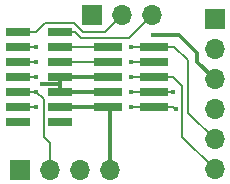
<source format=gbr>
%TF.GenerationSoftware,KiCad,Pcbnew,6.0.0*%
%TF.CreationDate,2022-01-23T14:48:09+02:00*%
%TF.ProjectId,hs-probe-adapter,68732d70-726f-4626-952d-616461707465,rev?*%
%TF.SameCoordinates,Original*%
%TF.FileFunction,Copper,L2,Bot*%
%TF.FilePolarity,Positive*%
%FSLAX46Y46*%
G04 Gerber Fmt 4.6, Leading zero omitted, Abs format (unit mm)*
G04 Created by KiCad (PCBNEW 6.0.0) date 2022-01-23 14:48:09*
%MOMM*%
%LPD*%
G01*
G04 APERTURE LIST*
%TA.AperFunction,ComponentPad*%
%ADD10R,1.700000X1.700000*%
%TD*%
%TA.AperFunction,ComponentPad*%
%ADD11O,1.700000X1.700000*%
%TD*%
%TA.AperFunction,SMDPad,CuDef*%
%ADD12R,2.100000X0.750000*%
%TD*%
%TA.AperFunction,SMDPad,CuDef*%
%ADD13R,2.400000X0.740000*%
%TD*%
%TA.AperFunction,ViaPad*%
%ADD14C,0.450000*%
%TD*%
%TA.AperFunction,Conductor*%
%ADD15C,0.200000*%
%TD*%
%TA.AperFunction,Conductor*%
%ADD16C,0.300000*%
%TD*%
G04 APERTURE END LIST*
D10*
%TO.P,J3,1,Pin_1*%
%TO.N,/GND*%
X45000012Y-42250004D03*
D11*
%TO.P,J3,2,Pin_2*%
%TO.N,/T_VCP_TX*%
X47540012Y-42250004D03*
%TO.P,J3,3,Pin_3*%
%TO.N,/T_VCP_RX*%
X50080012Y-42250004D03*
%TD*%
D10*
%TO.P,J5,1,Pin_1*%
%TO.N,/GND*%
X38862000Y-55372000D03*
D11*
%TO.P,J5,2,Pin_2*%
%TO.N,/T_SWCLK*%
X41402000Y-55372000D03*
%TO.P,J5,3,Pin_3*%
%TO.N,/T_SWDIO*%
X43942000Y-55372000D03*
%TO.P,J5,4,Pin_4*%
%TO.N,/T_VCC*%
X46482000Y-55372000D03*
%TD*%
D10*
%TO.P,J4,1,Pin_1*%
%TO.N,/T_VCC*%
X55350000Y-42650000D03*
D11*
%TO.P,J4,2,Pin_2*%
%TO.N,/T_SWCLK*%
X55350000Y-45190000D03*
%TO.P,J4,3,Pin_3*%
%TO.N,/GND*%
X55350000Y-47730000D03*
%TO.P,J4,4,Pin_4*%
%TO.N,/T_SWDIO*%
X55350000Y-50270000D03*
%TO.P,J4,5,Pin_5*%
%TO.N,/T_NRST*%
X55350000Y-52810000D03*
%TO.P,J4,6,Pin_6*%
%TO.N,/T_SWO*%
X55350000Y-55350000D03*
%TD*%
D12*
%TO.P,J1,1,Pin_1*%
%TO.N,/5V*%
X42300000Y-51310000D03*
%TO.P,J1,2,Pin_2*%
%TO.N,/3V3*%
X38700000Y-51310000D03*
%TO.P,J1,3,Pin_3*%
%TO.N,/T_VCC*%
X42300000Y-50040000D03*
%TO.P,J1,4,Pin_4*%
%TO.N,/T_SWDIO*%
X38700000Y-50040000D03*
%TO.P,J1,5,Pin_5*%
%TO.N,/GND*%
X42300000Y-48770000D03*
%TO.P,J1,6,Pin_6*%
%TO.N,/T_SWCLK*%
X38700000Y-48770000D03*
%TO.P,J1,7,Pin_7*%
%TO.N,/GND*%
X42300000Y-47500000D03*
%TO.P,J1,8,Pin_8*%
%TO.N,/T_SWO*%
X38700000Y-47500000D03*
%TO.P,J1,9,Pin_9*%
%TO.N,/T_JRCLK*%
X42300000Y-46230000D03*
%TO.P,J1,10,Pin_10*%
%TO.N,/T_JTDI*%
X38700000Y-46230000D03*
%TO.P,J1,11,Pin_11*%
%TO.N,/GNDDetect*%
X42300000Y-44960000D03*
%TO.P,J1,12,Pin_12*%
%TO.N,/T_NRST*%
X38700000Y-44960000D03*
%TO.P,J1,13,Pin_13*%
%TO.N,/T_VCP_RX*%
X42300000Y-43690000D03*
%TO.P,J1,14,Pin_14*%
%TO.N,/T_VCP_TX*%
X38700000Y-43690000D03*
%TD*%
D13*
%TO.P,J2,1,Pin_1*%
%TO.N,/T_VCC*%
X46310000Y-50040000D03*
%TO.P,J2,2,Pin_2*%
%TO.N,/T_SWDIO*%
X50210000Y-50040000D03*
%TO.P,J2,3,Pin_3*%
%TO.N,/GND*%
X46310000Y-48770000D03*
%TO.P,J2,4,Pin_4*%
%TO.N,/T_SWCLK*%
X50210000Y-48770000D03*
%TO.P,J2,5,Pin_5*%
%TO.N,/GND*%
X46310000Y-47500000D03*
%TO.P,J2,6,Pin_6*%
%TO.N,/T_SWO*%
X50210000Y-47500000D03*
%TO.P,J2,7,Pin_7*%
%TO.N,/T_JRCLK*%
X46310000Y-46230000D03*
%TO.P,J2,8,Pin_8*%
%TO.N,/T_JTDI*%
X50210000Y-46230000D03*
%TO.P,J2,9,Pin_9*%
%TO.N,/GNDDetect*%
X46310000Y-44960000D03*
%TO.P,J2,10,Pin_10*%
%TO.N,/T_NRST*%
X50210000Y-44960000D03*
%TD*%
D14*
%TO.N,/T_NRST*%
X40259000Y-44958000D03*
X48260000Y-44958000D03*
%TO.N,/T_JTDI*%
X40259000Y-46228000D03*
X48260000Y-46228000D03*
%TO.N,/T_SWO*%
X40259000Y-47498000D03*
X48260000Y-47498000D03*
%TO.N,/GND*%
X40767000Y-48133000D03*
X50165000Y-43942000D03*
%TO.N,/T_SWCLK*%
X48260000Y-48768000D03*
X40259000Y-48768000D03*
X51816000Y-48768000D03*
%TO.N,/T_SWDIO*%
X52048000Y-50270000D03*
X40259000Y-50038000D03*
X48260000Y-50038000D03*
%TO.N,/T_VCC*%
X46482000Y-50927000D03*
%TD*%
D15*
%TO.N,/T_VCP_TX*%
X43435998Y-42926000D02*
X44197998Y-43688000D01*
X44197998Y-43688000D02*
X46102000Y-43688000D01*
X40257000Y-43690000D02*
X41021000Y-42926000D01*
X38700000Y-43690000D02*
X40257000Y-43690000D01*
X41021000Y-42926000D02*
X43435998Y-42926000D01*
X46102000Y-43688000D02*
X47540000Y-42250000D01*
%TO.N,/T_VCP_RX*%
X42300000Y-43690000D02*
X43563000Y-43690000D01*
X44069000Y-44196000D02*
X48134000Y-44196000D01*
X43563000Y-43690000D02*
X44069000Y-44196000D01*
X48134000Y-44196000D02*
X50080000Y-42250000D01*
%TO.N,/T_NRST*%
X50210000Y-44960000D02*
X51945000Y-44960000D01*
X53086000Y-50546000D02*
X55350000Y-52810000D01*
X48262000Y-44960000D02*
X50210000Y-44960000D01*
X53086000Y-46101000D02*
X53086000Y-50546000D01*
X51945000Y-44960000D02*
X53086000Y-46101000D01*
X48260000Y-44958000D02*
X48262000Y-44960000D01*
X40259000Y-44958000D02*
X38702000Y-44958000D01*
X38702000Y-44958000D02*
X38700000Y-44960000D01*
%TO.N,/GNDDetect*%
X46310000Y-44960000D02*
X42300000Y-44960000D01*
%TO.N,/T_JTDI*%
X48262000Y-46230000D02*
X50210000Y-46230000D01*
X48260000Y-46228000D02*
X48262000Y-46230000D01*
X40259000Y-46228000D02*
X38702000Y-46228000D01*
X38702000Y-46228000D02*
X38700000Y-46230000D01*
%TO.N,/T_JRCLK*%
X42300000Y-46230000D02*
X46310000Y-46230000D01*
%TO.N,/T_SWO*%
X50208000Y-47498000D02*
X50210000Y-47500000D01*
X52578000Y-52578000D02*
X55350000Y-55350000D01*
X52578000Y-48260000D02*
X52578000Y-52578000D01*
X48260000Y-47498000D02*
X50208000Y-47498000D01*
X40257000Y-47500000D02*
X38700000Y-47500000D01*
X51818000Y-47500000D02*
X52578000Y-48260000D01*
X40259000Y-47498000D02*
X40257000Y-47500000D01*
X50210000Y-47500000D02*
X51818000Y-47500000D01*
D16*
%TO.N,/GND*%
X53848000Y-46228000D02*
X55350000Y-47730000D01*
X52324000Y-43942000D02*
X53848000Y-45466000D01*
X42300000Y-47500000D02*
X46310000Y-47500000D01*
X42291000Y-48133000D02*
X42300000Y-48142000D01*
X42300000Y-48770000D02*
X42300000Y-48142000D01*
X50165000Y-43942000D02*
X52324000Y-43942000D01*
X53848000Y-45466000D02*
X53848000Y-46228000D01*
X40767000Y-48133000D02*
X42291000Y-48133000D01*
X42300000Y-48770000D02*
X46310000Y-48770000D01*
X42300000Y-48142000D02*
X42300000Y-47500000D01*
D15*
%TO.N,/T_SWCLK*%
X40894000Y-49403000D02*
X40894000Y-52578000D01*
X40257000Y-48770000D02*
X38700000Y-48770000D01*
X50208000Y-48768000D02*
X50210000Y-48770000D01*
X50210000Y-48770000D02*
X51814000Y-48770000D01*
X40259000Y-48768000D02*
X40257000Y-48770000D01*
X41402000Y-53086000D02*
X41402000Y-55372000D01*
X40259000Y-48768000D02*
X40894000Y-49403000D01*
X51814000Y-48770000D02*
X51816000Y-48768000D01*
X48260000Y-48768000D02*
X50208000Y-48768000D01*
X40894000Y-52578000D02*
X41402000Y-53086000D01*
%TO.N,/T_SWDIO*%
X38702000Y-50038000D02*
X38700000Y-50040000D01*
X48262000Y-50040000D02*
X50210000Y-50040000D01*
X52048000Y-50270000D02*
X51818000Y-50040000D01*
X51818000Y-50040000D02*
X50210000Y-50040000D01*
X40259000Y-50038000D02*
X38702000Y-50038000D01*
X48260000Y-50038000D02*
X48262000Y-50040000D01*
D16*
%TO.N,/T_VCC*%
X46482000Y-50927000D02*
X46482000Y-50212000D01*
X42300000Y-50040000D02*
X46310000Y-50040000D01*
X46482000Y-50212000D02*
X46310000Y-50040000D01*
X46482000Y-50927000D02*
X46482000Y-55372000D01*
%TD*%
M02*

</source>
